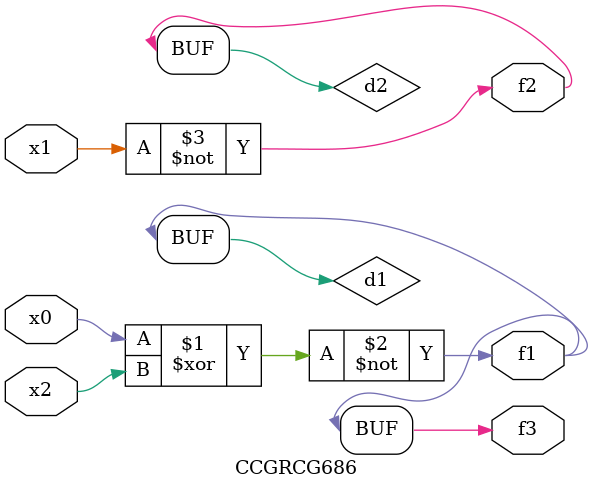
<source format=v>
module CCGRCG686(
	input x0, x1, x2,
	output f1, f2, f3
);

	wire d1, d2, d3;

	xnor (d1, x0, x2);
	nand (d2, x1);
	nor (d3, x1, x2);
	assign f1 = d1;
	assign f2 = d2;
	assign f3 = d1;
endmodule

</source>
